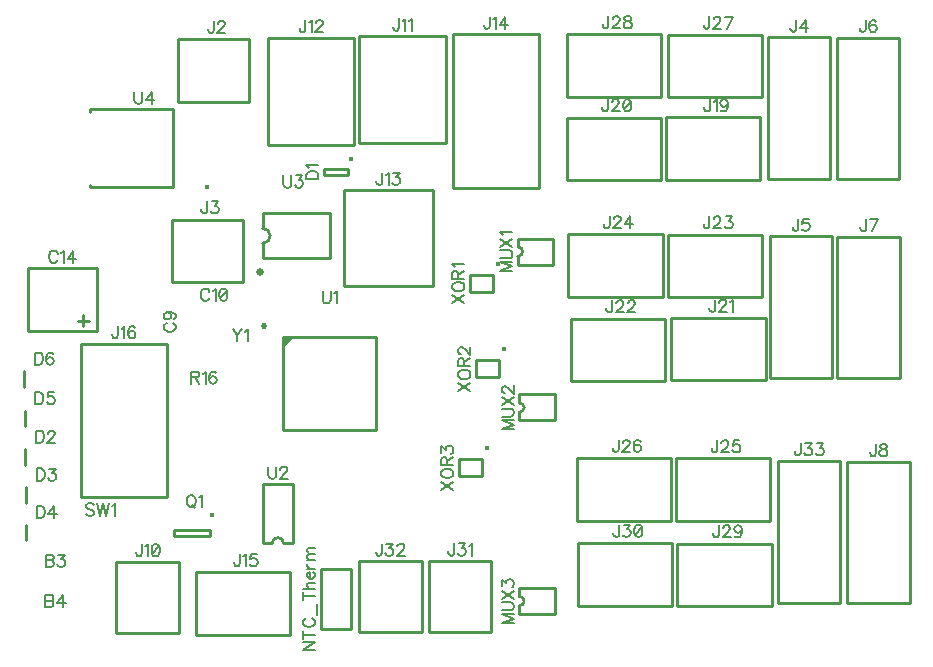
<source format=gbr>
G04 DipTrace 3.2.0.1*
G04 TopSilk.gbr*
%MOIN*%
G04 #@! TF.FileFunction,Legend,Top*
G04 #@! TF.Part,Single*
%ADD10C,0.009843*%
%ADD25C,0.015415*%
%ADD34C,0.015404*%
%ADD37C,0.02075*%
%ADD41C,0.025006*%
%ADD43C,0.015408*%
%ADD46C,0.015722*%
%ADD108C,0.005906*%
%FSLAX26Y26*%
G04*
G70*
G90*
G75*
G01*
G04 TopSilk*
%LPD*%
X745739Y1784390D2*
D10*
X517392D1*
Y1573760D1*
X745739D1*
Y1784390D1*
X718177Y1609188D2*
X682738D1*
X700458Y1628882D2*
Y1591474D1*
D25*
X1594570Y2149266D3*
X1581446Y2114865D2*
D10*
X1502699D1*
Y2095190D1*
X1581446D1*
Y2114865D1*
X506043Y1129555D2*
Y1180697D1*
X508552Y1003348D2*
Y1054490D1*
X510476Y878392D2*
Y929534D1*
X504665Y1257427D2*
Y1308568D1*
X501942Y1389819D2*
Y1440961D1*
X1253831Y2339735D2*
X1017605D1*
Y2548406D1*
X1253831D1*
Y2339735D1*
X1231464Y1737997D2*
X995238D1*
Y1946668D1*
X1231464D1*
Y1737997D1*
X2982358Y2082354D2*
X3191029D1*
Y2554795D1*
X2982358D1*
Y2082354D1*
X2988343Y1418466D2*
X3197014D1*
Y1890907D1*
X2988343D1*
Y1418466D1*
X3211478Y2080879D2*
X3420149D1*
Y2553320D1*
X3211478D1*
Y2080879D1*
X3214425Y1417013D2*
X3423096D1*
Y1889454D1*
X3214425D1*
Y1417013D1*
X3246953Y666961D2*
X3455624D1*
Y1139402D1*
X3246953D1*
Y666961D1*
X810634Y570087D2*
X1019305D1*
Y806314D1*
X810634D1*
Y570087D1*
X1908354Y2558433D2*
X1620953D1*
Y2202134D1*
X1908354D1*
Y2558433D1*
X1604551Y2552895D2*
X1317150D1*
Y2196596D1*
X1604551D1*
Y2552895D1*
X1569428Y1725364D2*
X1864703D1*
Y2044261D1*
X1569428D1*
Y1725364D1*
X2219349Y2563777D2*
X1933916D1*
Y2051966D1*
X2219349D1*
Y2563777D1*
X1390227Y562304D2*
X1075259D1*
Y770976D1*
X1390227D1*
Y562304D1*
X978396Y1532749D2*
X692963D1*
Y1020938D1*
X978396D1*
Y1532749D1*
X2956972Y2078362D2*
X2642004D1*
Y2287033D1*
X2956972D1*
Y2078362D1*
X2626348Y2078112D2*
X2311379D1*
Y2286783D1*
X2626348D1*
Y2078112D1*
X2974881Y1410231D2*
X2659912D1*
Y1618902D1*
X2974881D1*
Y1410231D1*
X2640392Y1407970D2*
X2325424D1*
Y1616641D1*
X2640392D1*
Y1407970D1*
X2964276Y1688142D2*
X2649307D1*
Y1896813D1*
X2964276D1*
Y1688142D1*
X2632238Y1688849D2*
X2317269D1*
Y1897520D1*
X2632238D1*
Y1688849D1*
X2990416Y941675D2*
X2675448D1*
Y1150346D1*
X2990416D1*
Y941675D1*
X2660311Y943034D2*
X2345343D1*
Y1151705D1*
X2660311D1*
Y943034D1*
X2964442Y2354453D2*
X2649474D1*
Y2563124D1*
X2964442D1*
Y2354453D1*
X2627878Y2355412D2*
X2312909D1*
Y2564083D1*
X2627878D1*
Y2355412D1*
X2995495Y658003D2*
X2680526D1*
Y866674D1*
X2995495D1*
Y658003D1*
X2663252Y659967D2*
X2348283D1*
Y868638D1*
X2663252D1*
Y659967D1*
X1852109Y572310D2*
X2060780D1*
Y808537D1*
X1852109D1*
Y572310D1*
X1619262Y572141D2*
X1827934D1*
Y808367D1*
X1619262D1*
Y572141D1*
X3015434Y669764D2*
X3224105D1*
Y1142205D1*
X3015434D1*
Y669764D1*
X2149082Y1796628D2*
X2267199D1*
Y1883262D2*
X2149082D1*
X2267199D2*
Y1796628D1*
X2149082D2*
Y1824189D1*
Y1855701D2*
Y1883262D1*
Y1824189D2*
G03X2149082Y1855701I-11J15756D01*
G01*
X2153972Y1277101D2*
X2272089D1*
Y1363736D2*
X2153972D1*
X2272089D2*
Y1277101D1*
X2153972D2*
Y1304663D1*
Y1336175D2*
Y1363736D1*
Y1304663D2*
G03X2153972Y1336175I-11J15756D01*
G01*
X2154271Y631395D2*
X2272388D1*
Y718030D2*
X2154271D1*
X2272388D2*
Y631395D1*
X2154271D2*
Y658957D1*
Y690469D2*
Y718030D1*
Y658957D2*
G03X2154271Y690469I-11J15756D01*
G01*
X1491301Y581832D2*
X1591301D1*
X1491301Y781832D2*
Y581832D1*
Y781832D2*
X1591301D1*
Y581832D1*
D34*
X1130635Y962520D3*
X1121434Y912378D2*
D10*
X1003329D1*
Y892693D1*
X1121434D1*
Y912378D1*
X1366717Y1555045D2*
X1677717D1*
Y1244045D1*
X1366717D1*
Y1555045D1*
G36*
D2*
Y1518795D1*
X1402967Y1555045D1*
X1366717D1*
G37*
D37*
X1304492Y1591345D3*
X1400407Y866922D2*
D10*
Y1063776D1*
X1298031Y866922D2*
Y1063776D1*
X1400407D2*
X1298031D1*
X1368914Y866922D2*
X1400407D1*
X1329525D2*
X1298031D1*
X1368914D2*
G03X1329525Y866922I-19694J-9D01*
G01*
X1298592Y1967472D2*
X1523598D1*
Y1817471D1*
X1298592D1*
Y1867461D1*
Y1967472D2*
Y1917481D1*
Y1867461D2*
G03X1298592Y1917481I-4J25010D01*
G01*
D41*
X1289735Y1771705D3*
X998431Y2054407D2*
D10*
Y2314249D1*
X722842Y2054407D2*
X998431D1*
X722842D2*
Y2062272D1*
Y2314249D2*
X998431D1*
X722842D2*
Y2306384D1*
D43*
X1113377Y2055340D3*
X2067375Y1760904D2*
D10*
X1988665D1*
Y1705852D1*
X2067375D1*
Y1760904D1*
D46*
X2082235Y1798926D3*
X2087387Y1477064D2*
D10*
X2008677D1*
Y1422012D1*
X2087387D1*
Y1477064D1*
D46*
X2102247Y1515086D3*
X2030323Y1147346D2*
D10*
X1951613D1*
Y1092295D1*
X2030323D1*
Y1147346D1*
D46*
X2045182Y1185368D3*
X575348Y829761D2*
D108*
Y789569D1*
X592592D1*
X598341Y791514D1*
X600242Y793416D1*
X602143Y797218D1*
Y802966D1*
X600242Y806813D1*
X598341Y808714D1*
X592592Y810616D1*
X598341Y812561D1*
X600242Y814462D1*
X602143Y818265D1*
Y822112D1*
X600242Y825914D1*
X598341Y827860D1*
X592592Y829761D1*
X575348D1*
Y810616D2*
X592592D1*
X617801Y829717D2*
X638803D1*
X627351Y814418D1*
X633099D1*
X636902Y812517D1*
X638803Y810616D1*
X640749Y804868D1*
Y801065D1*
X638803Y795317D1*
X635001Y791470D1*
X629253Y789569D1*
X623505D1*
X617801Y791470D1*
X615900Y793416D1*
X613954Y797218D1*
X574434Y695432D2*
Y655240D1*
X591679D1*
X597427Y657185D1*
X599328Y659086D1*
X601229Y662889D1*
Y668637D1*
X599328Y672484D1*
X597427Y674385D1*
X591679Y676286D1*
X597427Y678232D1*
X599328Y680133D1*
X601229Y683935D1*
Y687782D1*
X599328Y691585D1*
X597427Y693530D1*
X591679Y695432D1*
X574434D1*
Y676286D2*
X591679D1*
X632186Y655240D2*
Y695387D1*
X613040Y668637D1*
X641736D1*
X978009Y1601866D2*
X974206Y1599965D1*
X970360Y1596118D1*
X968458Y1592315D1*
Y1584666D1*
X970359Y1580819D1*
X974206Y1577017D1*
X978009Y1575071D1*
X983757Y1573170D1*
X993352D1*
X999055Y1575071D1*
X1002902Y1577017D1*
X1006705Y1580819D1*
X1008650Y1584666D1*
Y1592315D1*
X1006705Y1596118D1*
X1002902Y1599965D1*
X999055Y1601866D1*
X981856Y1638570D2*
X987604Y1636625D1*
X991450Y1632822D1*
X993352Y1627074D1*
Y1625173D1*
X991450Y1619425D1*
X987604Y1615622D1*
X981856Y1613677D1*
X979954D1*
X974206Y1615622D1*
X970404Y1619425D1*
X968502Y1625173D1*
Y1627074D1*
X970404Y1632822D1*
X974206Y1636625D1*
X981856Y1638570D1*
X991450D1*
X1001001Y1636625D1*
X1006749Y1632822D1*
X1008650Y1627074D1*
Y1623272D1*
X1006749Y1617524D1*
X1002902Y1615622D1*
X1120350Y1706552D2*
X1118449Y1710354D1*
X1114602Y1714201D1*
X1110800Y1716102D1*
X1103150D1*
X1099303Y1714201D1*
X1095501Y1710354D1*
X1093555Y1706552D1*
X1091654Y1700804D1*
Y1691209D1*
X1093555Y1685505D1*
X1095501Y1681658D1*
X1099303Y1677856D1*
X1103150Y1675910D1*
X1110800D1*
X1114602Y1677856D1*
X1118449Y1681658D1*
X1120350Y1685505D1*
X1132161Y1708409D2*
X1136008Y1710354D1*
X1141756Y1716058D1*
Y1675910D1*
X1165063Y1716058D2*
X1159315Y1714157D1*
X1155468Y1708409D1*
X1153567Y1698858D1*
Y1693110D1*
X1155468Y1683559D1*
X1159315Y1677811D1*
X1165063Y1675910D1*
X1168866D1*
X1174614Y1677811D1*
X1178416Y1683559D1*
X1180362Y1693110D1*
Y1698858D1*
X1178416Y1708409D1*
X1174614Y1714157D1*
X1168866Y1716058D1*
X1165063D1*
X1178416Y1708409D2*
X1155468Y1683559D1*
X614957Y1833283D2*
X613056Y1837085D1*
X609209Y1840932D1*
X605407Y1842833D1*
X597757D1*
X593911Y1840932D1*
X590108Y1837085D1*
X588163Y1833283D1*
X586261Y1827535D1*
Y1817940D1*
X588163Y1812236D1*
X590108Y1808389D1*
X593911Y1804587D1*
X597757Y1802641D1*
X605407D1*
X609209Y1804587D1*
X613056Y1808389D1*
X614957Y1812236D1*
X626768Y1835140D2*
X630615Y1837085D1*
X636363Y1842789D1*
Y1802641D1*
X667319D2*
Y1842789D1*
X648174Y1816038D1*
X676870D1*
X1444255Y2080927D2*
X1484447D1*
X1484448Y2094325D1*
X1482502Y2100073D1*
X1478699Y2103920D1*
X1474853Y2105821D1*
X1469149Y2107722D1*
X1459554D1*
X1453806Y2105821D1*
X1450004Y2103920D1*
X1446157Y2100073D1*
X1444255Y2094325D1*
Y2080927D1*
X1451949Y2119533D2*
X1450004Y2123380D1*
X1444300Y2129128D1*
X1484447D1*
X542230Y1243097D2*
Y1202905D1*
X555628D1*
X561376Y1204850D1*
X565222Y1208653D1*
X567124Y1212500D1*
X569025Y1218204D1*
Y1227798D1*
X567124Y1233546D1*
X565222Y1237349D1*
X561376Y1241196D1*
X555628Y1243097D1*
X542230D1*
X582781Y1233502D2*
Y1235403D1*
X584683Y1239250D1*
X586584Y1241151D1*
X590431Y1243053D1*
X598080D1*
X601883Y1241151D1*
X603784Y1239250D1*
X605729Y1235403D1*
Y1231601D1*
X603784Y1227754D1*
X599981Y1222050D1*
X580836Y1202905D1*
X607631D1*
X544739Y1116890D2*
Y1076698D1*
X558137D1*
X563885Y1078643D1*
X567732Y1082446D1*
X569633Y1086292D1*
X571534Y1091996D1*
Y1101591D1*
X569633Y1107339D1*
X567732Y1111142D1*
X563885Y1114988D1*
X558137Y1116890D1*
X544739D1*
X587192Y1116845D2*
X608194D1*
X596742Y1101547D1*
X602491D1*
X606293Y1099645D1*
X608194Y1097744D1*
X610140Y1091996D1*
Y1088194D1*
X608194Y1082446D1*
X604392Y1078599D1*
X598644Y1076698D1*
X592896D1*
X587192Y1078599D1*
X585291Y1080544D1*
X583345Y1084347D1*
X545713Y991934D2*
Y951742D1*
X559110D1*
X564858Y953688D1*
X568705Y957490D1*
X570606Y961337D1*
X572507Y967041D1*
Y976636D1*
X570606Y982384D1*
X568705Y986186D1*
X564858Y990033D1*
X559110Y991934D1*
X545713D1*
X603464Y951742D2*
Y991890D1*
X584318Y965140D1*
X613014D1*
X540852Y1370968D2*
Y1330776D1*
X554250D1*
X559998Y1332722D1*
X563844Y1336524D1*
X565746Y1340371D1*
X567647Y1346075D1*
Y1355670D1*
X565746Y1361418D1*
X563844Y1365220D1*
X559998Y1369067D1*
X554250Y1370968D1*
X540852D1*
X602406Y1370924D2*
X583305D1*
X581403Y1353724D1*
X583305Y1355625D1*
X589053Y1357571D1*
X594757D1*
X600505Y1355625D1*
X604351Y1351823D1*
X606253Y1346075D1*
Y1342272D1*
X604351Y1336524D1*
X600505Y1332678D1*
X594757Y1330776D1*
X589053D1*
X583305Y1332678D1*
X581403Y1334623D1*
X579458Y1338426D1*
X539102Y1503361D2*
Y1463169D1*
X552499D1*
X558247Y1465114D1*
X562094Y1468917D1*
X563995Y1472763D1*
X565897Y1478467D1*
Y1488062D1*
X563995Y1493810D1*
X562094Y1497613D1*
X558247Y1501459D1*
X552499Y1503361D1*
X539102D1*
X600656Y1497613D2*
X598754Y1501415D1*
X593006Y1503316D1*
X589204D1*
X583456Y1501415D1*
X579609Y1495667D1*
X577708Y1486117D1*
Y1476566D1*
X579609Y1468917D1*
X583456Y1465070D1*
X589204Y1463169D1*
X591105D1*
X596809Y1465070D1*
X600656Y1468917D1*
X602557Y1474665D1*
Y1476566D1*
X600656Y1482314D1*
X596809Y1486117D1*
X591105Y1488018D1*
X589204D1*
X583456Y1486117D1*
X579609Y1482314D1*
X577708Y1476566D1*
X1135828Y2608808D2*
Y2578211D1*
X1133926Y2572463D1*
X1131981Y2570562D1*
X1128178Y2568616D1*
X1124332D1*
X1120529Y2570562D1*
X1118628Y2572463D1*
X1116682Y2578211D1*
Y2582014D1*
X1149584Y2599213D2*
Y2601115D1*
X1151485Y2604961D1*
X1153387Y2606863D1*
X1157233Y2608764D1*
X1164883D1*
X1168685Y2606863D1*
X1170587Y2604961D1*
X1172532Y2601115D1*
Y2597312D1*
X1170587Y2593465D1*
X1166784Y2587762D1*
X1147639Y2568616D1*
X1174433D1*
X1113460Y2007071D2*
Y1976473D1*
X1111559Y1970725D1*
X1109613Y1968824D1*
X1105811Y1966879D1*
X1101964D1*
X1098162Y1968824D1*
X1096260Y1970725D1*
X1094315Y1976473D1*
Y1980276D1*
X1129118Y2007026D2*
X1150120D1*
X1138668Y1991728D1*
X1144417D1*
X1148219Y1989827D1*
X1150120Y1987925D1*
X1152066Y1982177D1*
Y1978375D1*
X1150120Y1972627D1*
X1146318Y1968780D1*
X1140570Y1966879D1*
X1134822D1*
X1129118Y1968780D1*
X1127217Y1970725D1*
X1125271Y1974528D1*
X3076992Y2613239D2*
Y2582641D1*
X3075091Y2576893D1*
X3073146Y2574992D1*
X3069343Y2573047D1*
X3065496D1*
X3061694Y2574992D1*
X3059793Y2576893D1*
X3057847Y2582641D1*
Y2586444D1*
X3107949Y2573047D2*
Y2613194D1*
X3088803Y2586444D1*
X3117499D1*
X3083927Y1949350D2*
Y1918753D1*
X3082026Y1913005D1*
X3080081Y1911104D1*
X3076278Y1909158D1*
X3072431D1*
X3068629Y1911104D1*
X3066727Y1913005D1*
X3064782Y1918753D1*
Y1922556D1*
X3118686Y1949306D2*
X3099585D1*
X3097684Y1932106D1*
X3099585Y1934007D1*
X3105333Y1935953D1*
X3111037D1*
X3116785Y1934007D1*
X3120632Y1930205D1*
X3122533Y1924457D1*
Y1920654D1*
X3120632Y1914906D1*
X3116785Y1911059D1*
X3111037Y1909158D1*
X3105333D1*
X3099585Y1911059D1*
X3097684Y1913005D1*
X3095738Y1916807D1*
X3308035Y2611764D2*
Y2581166D1*
X3306134Y2575418D1*
X3304188Y2573517D1*
X3300386Y2571572D1*
X3296539D1*
X3292737Y2573517D1*
X3290835Y2575418D1*
X3288890Y2581166D1*
Y2584969D1*
X3342794Y2606016D2*
X3340893Y2609818D1*
X3335145Y2611719D1*
X3331342D1*
X3325594Y2609818D1*
X3321748Y2604070D1*
X3319846Y2594519D1*
Y2584969D1*
X3321748Y2577320D1*
X3325594Y2573473D1*
X3331342Y2571572D1*
X3333244D1*
X3338947Y2573473D1*
X3342794Y2577320D1*
X3344695Y2583068D1*
Y2584969D1*
X3342794Y2590717D1*
X3338947Y2594519D1*
X3333244Y2596421D1*
X3331342D1*
X3325594Y2594519D1*
X3321748Y2590717D1*
X3319846Y2584969D1*
X3310010Y1947897D2*
Y1917300D1*
X3308109Y1911552D1*
X3306163Y1909651D1*
X3302361Y1907705D1*
X3298514D1*
X3294711Y1909651D1*
X3292810Y1911552D1*
X3290865Y1917300D1*
Y1921103D1*
X3329470Y1907705D2*
X3348616Y1947853D1*
X3321821D1*
X3342560Y1197845D2*
Y1167248D1*
X3340658Y1161500D1*
X3338713Y1159598D1*
X3334910Y1157653D1*
X3331064D1*
X3327261Y1159598D1*
X3325360Y1161500D1*
X3323414Y1167248D1*
Y1171050D1*
X3363921Y1197801D2*
X3358217Y1195899D1*
X3356272Y1192097D1*
Y1188250D1*
X3358217Y1184448D1*
X3362020Y1182502D1*
X3369669Y1180601D1*
X3375417Y1178700D1*
X3379220Y1174853D1*
X3381121Y1171050D1*
Y1165302D1*
X3379220Y1161500D1*
X3377319Y1159554D1*
X3371571Y1157653D1*
X3363921D1*
X3358217Y1159554D1*
X3356272Y1161500D1*
X3354371Y1165302D1*
Y1171050D1*
X3356272Y1174853D1*
X3360119Y1178700D1*
X3365823Y1180601D1*
X3373472Y1182502D1*
X3377319Y1184448D1*
X3379220Y1188250D1*
Y1192097D1*
X3377319Y1195899D1*
X3371571Y1197801D1*
X3363921D1*
X895516Y864757D2*
Y834160D1*
X893614Y828412D1*
X891669Y826510D1*
X887866Y824565D1*
X884020D1*
X880217Y826510D1*
X878316Y828412D1*
X876370Y834160D1*
Y837962D1*
X907327Y857063D2*
X911174Y859009D1*
X916922Y864713D1*
Y824565D1*
X940229Y864713D2*
X934481Y862812D1*
X930634Y857063D1*
X928733Y847513D1*
Y841765D1*
X930634Y832214D1*
X934481Y826466D1*
X940229Y824565D1*
X944031D1*
X949779Y826466D1*
X953582Y832214D1*
X955527Y841765D1*
Y847513D1*
X953582Y857063D1*
X949779Y862812D1*
X944031Y864713D1*
X940229D1*
X953582Y857063D2*
X930634Y832214D1*
X1752820Y2616876D2*
Y2586279D1*
X1750919Y2580531D1*
X1748974Y2578630D1*
X1745171Y2576684D1*
X1741324D1*
X1737522Y2578630D1*
X1735621Y2580531D1*
X1733675Y2586279D1*
Y2590082D1*
X1764631Y2609183D2*
X1768478Y2611128D1*
X1774226Y2616832D1*
Y2576684D1*
X1786037Y2609183D2*
X1789884Y2611128D1*
X1795632Y2616832D1*
Y2576684D1*
X1440417Y2611338D2*
Y2580741D1*
X1438516Y2574993D1*
X1436571Y2573092D1*
X1432768Y2571146D1*
X1428921D1*
X1425119Y2573092D1*
X1423217Y2574993D1*
X1421272Y2580741D1*
Y2584544D1*
X1452228Y2603645D2*
X1456075Y2605590D1*
X1461823Y2611294D1*
Y2571146D1*
X1475580Y2601744D2*
Y2603645D1*
X1477481Y2607492D1*
X1479382Y2609393D1*
X1483229Y2611294D1*
X1490878D1*
X1494681Y2609393D1*
X1496582Y2607492D1*
X1498528Y2603645D1*
Y2599842D1*
X1496582Y2595996D1*
X1492780Y2590292D1*
X1473634Y2571146D1*
X1500429D1*
X1696633Y2102705D2*
Y2072107D1*
X1694731Y2066359D1*
X1692786Y2064458D1*
X1688983Y2062513D1*
X1685136D1*
X1681334Y2064458D1*
X1679433Y2066359D1*
X1677487Y2072107D1*
Y2075910D1*
X1708444Y2095011D2*
X1712290Y2096956D1*
X1718038Y2102660D1*
Y2062513D1*
X1733696Y2102660D2*
X1754699D1*
X1743247Y2087362D1*
X1748995D1*
X1752797Y2085460D1*
X1754699Y2083559D1*
X1756644Y2077811D1*
Y2074009D1*
X1754699Y2068261D1*
X1750896Y2064414D1*
X1745148Y2062513D1*
X1739400D1*
X1733696Y2064414D1*
X1731795Y2066359D1*
X1729849Y2070162D1*
X2055249Y2622220D2*
Y2591623D1*
X2053348Y2585875D1*
X2051402Y2583974D1*
X2047600Y2582028D1*
X2043753D1*
X2039950Y2583974D1*
X2038049Y2585875D1*
X2036103Y2591623D1*
Y2595426D1*
X2067060Y2614527D2*
X2070907Y2616472D1*
X2076655Y2622176D1*
Y2582028D1*
X2107611D2*
Y2622176D1*
X2088466Y2595426D1*
X2117162D1*
X1222148Y831378D2*
Y800781D1*
X1220247Y795033D1*
X1218302Y793131D1*
X1214499Y791186D1*
X1210652D1*
X1206850Y793131D1*
X1204948Y795033D1*
X1203003Y800781D1*
Y804583D1*
X1233959Y823684D2*
X1237806Y825630D1*
X1243554Y831334D1*
Y791186D1*
X1278313Y831334D2*
X1259212D1*
X1257311Y814134D1*
X1259212Y816035D1*
X1264960Y817980D1*
X1270664D1*
X1276412Y816035D1*
X1280259Y812232D1*
X1282160Y806484D1*
Y802682D1*
X1280259Y796934D1*
X1276412Y793087D1*
X1270664Y791186D1*
X1264960D1*
X1259212Y793087D1*
X1257311Y795033D1*
X1255365Y798835D1*
X816219Y1591193D2*
Y1560595D1*
X814318Y1554847D1*
X812373Y1552946D1*
X808570Y1551001D1*
X804723D1*
X800921Y1552946D1*
X799020Y1554847D1*
X797074Y1560595D1*
Y1564398D1*
X828030Y1583499D2*
X831877Y1585445D1*
X837625Y1591148D1*
Y1551001D1*
X872384Y1585445D2*
X870483Y1589247D1*
X864735Y1591148D1*
X860932D1*
X855184Y1589247D1*
X851338Y1583499D1*
X849436Y1573949D1*
Y1564398D1*
X851338Y1556749D1*
X855184Y1552902D1*
X860932Y1551001D1*
X862834D1*
X868537Y1552902D1*
X872384Y1556749D1*
X874285Y1562497D1*
Y1564398D1*
X872384Y1570146D1*
X868537Y1573949D1*
X862834Y1575850D1*
X860932D1*
X855184Y1573949D1*
X851338Y1570146D1*
X849436Y1564398D1*
X2789844Y2347435D2*
Y2316838D1*
X2787943Y2311090D1*
X2785998Y2309189D1*
X2782195Y2307243D1*
X2778348D1*
X2774546Y2309189D1*
X2772644Y2311090D1*
X2770699Y2316838D1*
Y2320641D1*
X2801655Y2339742D2*
X2805502Y2341687D1*
X2811250Y2347391D1*
Y2307243D1*
X2847955Y2334038D2*
X2846009Y2328290D1*
X2842207Y2324443D1*
X2836459Y2322542D1*
X2834557D1*
X2828809Y2324443D1*
X2825007Y2328290D1*
X2823061Y2334038D1*
Y2335939D1*
X2825007Y2341687D1*
X2828809Y2345490D1*
X2834557Y2347391D1*
X2836459D1*
X2842207Y2345490D1*
X2846009Y2341687D1*
X2847955Y2334038D1*
Y2324443D1*
X2846009Y2314893D1*
X2842207Y2309145D1*
X2836459Y2307243D1*
X2832656D1*
X2826908Y2309145D1*
X2825007Y2312992D1*
X2449669Y2347185D2*
Y2316588D1*
X2447768Y2310840D1*
X2445822Y2308938D1*
X2442020Y2306993D1*
X2438173D1*
X2434370Y2308938D1*
X2432469Y2310840D1*
X2430524Y2316588D1*
Y2320390D1*
X2463426Y2337590D2*
Y2339491D1*
X2465327Y2343338D1*
X2467228Y2345239D1*
X2471075Y2347141D1*
X2478724D1*
X2482527Y2345239D1*
X2484428Y2343338D1*
X2486374Y2339491D1*
Y2335689D1*
X2484428Y2331842D1*
X2480625Y2326138D1*
X2461480Y2306993D1*
X2488275D1*
X2511582Y2347141D2*
X2505834Y2345239D1*
X2501987Y2339491D1*
X2500086Y2329941D1*
Y2324193D1*
X2501987Y2314642D1*
X2505834Y2308894D1*
X2511582Y2306993D1*
X2515384D1*
X2521132Y2308894D1*
X2524935Y2314642D1*
X2526880Y2324193D1*
Y2329941D1*
X2524935Y2339491D1*
X2521132Y2345239D1*
X2515384Y2347141D1*
X2511582D1*
X2524935Y2339491D2*
X2501987Y2314642D1*
X2806802Y1679304D2*
Y1648707D1*
X2804901Y1642959D1*
X2802955Y1641058D1*
X2799153Y1639112D1*
X2795306D1*
X2791503Y1641058D1*
X2789602Y1642959D1*
X2787656Y1648707D1*
Y1652510D1*
X2820558Y1669709D2*
Y1671611D1*
X2822460Y1675458D1*
X2824361Y1677359D1*
X2828208Y1679260D1*
X2835857D1*
X2839659Y1677359D1*
X2841561Y1675458D1*
X2843506Y1671611D1*
Y1667808D1*
X2841561Y1663961D1*
X2837758Y1658258D1*
X2818613Y1639112D1*
X2845408D1*
X2857219Y1671611D2*
X2861065Y1673556D1*
X2866813Y1679260D1*
Y1639112D1*
X2463714Y1677043D2*
Y1646446D1*
X2461812Y1640698D1*
X2459867Y1638797D1*
X2456064Y1636851D1*
X2452218D1*
X2448415Y1638797D1*
X2446514Y1640698D1*
X2444568Y1646446D1*
Y1650248D1*
X2477470Y1667448D2*
Y1669350D1*
X2479371Y1673196D1*
X2481273Y1675098D1*
X2485120Y1676999D1*
X2492769D1*
X2496571Y1675098D1*
X2498473Y1673196D1*
X2500418Y1669350D1*
Y1665547D1*
X2498473Y1661700D1*
X2494670Y1655996D1*
X2475525Y1636851D1*
X2502319D1*
X2516076Y1667448D2*
Y1669350D1*
X2517977Y1673196D1*
X2519878Y1675098D1*
X2523725Y1676999D1*
X2531375D1*
X2535177Y1675098D1*
X2537078Y1673196D1*
X2539024Y1669350D1*
Y1665547D1*
X2537078Y1661700D1*
X2533276Y1655996D1*
X2514130Y1636851D1*
X2540925D1*
X2787597Y1957215D2*
Y1926618D1*
X2785696Y1920870D1*
X2783750Y1918969D1*
X2779948Y1917023D1*
X2776101D1*
X2772298Y1918969D1*
X2770397Y1920870D1*
X2768452Y1926618D1*
Y1930420D1*
X2801353Y1947620D2*
Y1949522D1*
X2803255Y1953368D1*
X2805156Y1955270D1*
X2809003Y1957171D1*
X2816652D1*
X2820455Y1955270D1*
X2822356Y1953368D1*
X2824301Y1949522D1*
Y1945719D1*
X2822356Y1941872D1*
X2818553Y1936168D1*
X2799408Y1917023D1*
X2826203D1*
X2841860Y1957171D2*
X2862863D1*
X2851411Y1941872D1*
X2857159D1*
X2860962Y1939971D1*
X2862863Y1938070D1*
X2864808Y1932322D1*
Y1928519D1*
X2862863Y1922771D1*
X2859060Y1918924D1*
X2853312Y1917023D1*
X2847564D1*
X2841860Y1918924D1*
X2839959Y1920870D1*
X2838014Y1924672D1*
X2454608Y1957922D2*
Y1927325D1*
X2452707Y1921577D1*
X2450761Y1919676D1*
X2446959Y1917730D1*
X2443112D1*
X2439310Y1919676D1*
X2437408Y1921577D1*
X2435463Y1927325D1*
Y1931128D1*
X2468365Y1948328D2*
Y1950229D1*
X2470266Y1954076D1*
X2472167Y1955977D1*
X2476014Y1957878D1*
X2483663D1*
X2487466Y1955977D1*
X2489367Y1954076D1*
X2491313Y1950229D1*
Y1946426D1*
X2489367Y1942580D1*
X2485565Y1936876D1*
X2466419Y1917730D1*
X2493214D1*
X2524170D2*
Y1957878D1*
X2505025Y1931128D1*
X2533721D1*
X2813737Y1210748D2*
Y1180151D1*
X2811836Y1174403D1*
X2809891Y1172501D1*
X2806088Y1170556D1*
X2802241D1*
X2798439Y1172501D1*
X2796537Y1174403D1*
X2794592Y1180151D1*
Y1183953D1*
X2827494Y1201153D2*
Y1203054D1*
X2829395Y1206901D1*
X2831296Y1208802D1*
X2835143Y1210704D1*
X2842792D1*
X2846595Y1208802D1*
X2848496Y1206901D1*
X2850442Y1203054D1*
Y1199252D1*
X2848496Y1195405D1*
X2844694Y1189701D1*
X2825548Y1170556D1*
X2852343D1*
X2887102Y1210704D2*
X2868001D1*
X2866100Y1193504D1*
X2868001Y1195405D1*
X2873749Y1197350D1*
X2879453D1*
X2885201Y1195405D1*
X2889047Y1191602D1*
X2890949Y1185854D1*
Y1182052D1*
X2889047Y1176304D1*
X2885201Y1172457D1*
X2879453Y1170556D1*
X2873749D1*
X2868001Y1172457D1*
X2866100Y1174403D1*
X2864154Y1178205D1*
X2484605Y1212107D2*
Y1181510D1*
X2482704Y1175762D1*
X2480758Y1173861D1*
X2476956Y1171915D1*
X2473109D1*
X2469306Y1173861D1*
X2467405Y1175762D1*
X2465460Y1181510D1*
Y1185313D1*
X2498362Y1202513D2*
Y1204414D1*
X2500263Y1208261D1*
X2502164Y1210162D1*
X2506011Y1212063D1*
X2513660D1*
X2517463Y1210162D1*
X2519364Y1208261D1*
X2521310Y1204414D1*
Y1200611D1*
X2519364Y1196765D1*
X2515561Y1191061D1*
X2496416Y1171915D1*
X2523211D1*
X2557970Y1206359D2*
X2556068Y1210162D1*
X2550320Y1212063D1*
X2546518D1*
X2540770Y1210162D1*
X2536923Y1204414D1*
X2535022Y1194863D1*
Y1185313D1*
X2536923Y1177663D1*
X2540770Y1173817D1*
X2546518Y1171915D1*
X2548419D1*
X2554123Y1173817D1*
X2557970Y1177663D1*
X2559871Y1183411D1*
Y1185313D1*
X2557970Y1191061D1*
X2554123Y1194863D1*
X2548419Y1196765D1*
X2546518D1*
X2540770Y1194863D1*
X2536923Y1191061D1*
X2535022Y1185313D1*
X2787764Y2623526D2*
Y2592929D1*
X2785862Y2587181D1*
X2783917Y2585280D1*
X2780114Y2583334D1*
X2776268D1*
X2772465Y2585280D1*
X2770564Y2587181D1*
X2768618Y2592929D1*
Y2596731D1*
X2801520Y2613931D2*
Y2615833D1*
X2803421Y2619679D1*
X2805323Y2621581D1*
X2809169Y2623482D1*
X2816819D1*
X2820621Y2621581D1*
X2822523Y2619679D1*
X2824468Y2615833D1*
Y2612030D1*
X2822523Y2608183D1*
X2818720Y2602479D1*
X2799575Y2583334D1*
X2826369D1*
X2845830D2*
X2864975Y2623482D1*
X2838180D1*
X2451221Y2624485D2*
Y2593888D1*
X2449320Y2588140D1*
X2447375Y2586239D1*
X2443572Y2584293D1*
X2439725D1*
X2435923Y2586239D1*
X2434022Y2588140D1*
X2432076Y2593888D1*
Y2597691D1*
X2464978Y2614891D2*
Y2616792D1*
X2466879Y2620639D1*
X2468780Y2622540D1*
X2472627Y2624441D1*
X2480276D1*
X2484079Y2622540D1*
X2485980Y2620639D1*
X2487926Y2616792D1*
Y2612989D1*
X2485980Y2609143D1*
X2482178Y2603439D1*
X2463032Y2584293D1*
X2489827D1*
X2511189Y2624441D2*
X2505485Y2622540D1*
X2503539Y2618737D1*
Y2614891D1*
X2505485Y2611088D1*
X2509287Y2609143D1*
X2516937Y2607241D1*
X2522685Y2605340D1*
X2526487Y2601493D1*
X2528389Y2597691D1*
Y2591943D1*
X2526487Y2588140D1*
X2524586Y2586195D1*
X2518838Y2584293D1*
X2511189D1*
X2505485Y2586195D1*
X2503539Y2588140D1*
X2501638Y2591943D1*
Y2597691D1*
X2503539Y2601493D1*
X2507386Y2605340D1*
X2513090Y2607241D1*
X2520739Y2609143D1*
X2524586Y2611088D1*
X2526487Y2614891D1*
Y2618737D1*
X2524586Y2622540D1*
X2518838Y2624441D1*
X2511189D1*
X2819767Y927076D2*
Y896479D1*
X2817865Y890731D1*
X2815920Y888829D1*
X2812117Y886884D1*
X2808271D1*
X2804468Y888829D1*
X2802567Y890731D1*
X2800621Y896479D1*
Y900281D1*
X2833523Y917481D2*
Y919382D1*
X2835424Y923229D1*
X2837326Y925130D1*
X2841173Y927032D1*
X2848822D1*
X2852624Y925130D1*
X2854526Y923229D1*
X2856471Y919382D1*
Y915580D1*
X2854526Y911733D1*
X2850723Y906029D1*
X2831578Y886884D1*
X2858372D1*
X2895077Y913679D2*
X2893131Y907931D1*
X2889329Y904084D1*
X2883581Y902183D1*
X2881679D1*
X2875931Y904084D1*
X2872129Y907931D1*
X2870183Y913679D1*
Y915580D1*
X2872129Y921328D1*
X2875931Y925130D1*
X2881679Y927032D1*
X2883581D1*
X2889329Y925130D1*
X2893131Y921328D1*
X2895077Y913679D1*
Y904084D1*
X2893131Y894533D1*
X2889329Y888785D1*
X2883581Y886884D1*
X2879778D1*
X2874030Y888785D1*
X2872129Y892632D1*
X2486573Y929040D2*
Y898443D1*
X2484672Y892695D1*
X2482727Y890794D1*
X2478924Y888848D1*
X2475077D1*
X2471275Y890794D1*
X2469373Y892695D1*
X2467428Y898443D1*
Y902246D1*
X2502231Y928996D2*
X2523233D1*
X2511782Y913698D1*
X2517530D1*
X2521332Y911796D1*
X2523233Y909895D1*
X2525179Y904147D1*
Y900345D1*
X2523233Y894597D1*
X2519431Y890750D1*
X2513683Y888848D1*
X2507935D1*
X2502231Y890750D1*
X2500330Y892695D1*
X2498384Y896498D1*
X2548486Y928996D2*
X2542738Y927095D1*
X2538891Y921347D1*
X2536990Y911796D1*
Y906048D1*
X2538891Y896498D1*
X2542738Y890750D1*
X2548486Y888848D1*
X2552289D1*
X2558037Y890750D1*
X2561839Y896498D1*
X2563785Y906048D1*
Y911796D1*
X2561839Y921347D1*
X2558037Y927095D1*
X2552289Y928996D1*
X2548486D1*
X2561839Y921347D2*
X2538891Y896498D1*
X1936991Y866980D2*
Y836383D1*
X1935090Y830635D1*
X1933144Y828734D1*
X1929342Y826788D1*
X1925495D1*
X1921692Y828734D1*
X1919791Y830635D1*
X1917845Y836383D1*
Y840185D1*
X1952649Y866936D2*
X1973651D1*
X1962199Y851637D1*
X1967947D1*
X1971750Y849736D1*
X1973651Y847835D1*
X1975597Y842087D1*
Y838284D1*
X1973651Y832536D1*
X1969848Y828689D1*
X1964100Y826788D1*
X1958352D1*
X1952649Y828689D1*
X1950747Y830635D1*
X1948802Y834437D1*
X1987408Y859287D2*
X1991254Y861232D1*
X1997002Y866936D1*
Y826788D1*
X1695544Y866811D2*
Y836214D1*
X1693643Y830466D1*
X1691698Y828564D1*
X1687895Y826619D1*
X1684048D1*
X1680246Y828564D1*
X1678345Y830466D1*
X1676399Y836214D1*
Y840016D1*
X1711202Y866767D2*
X1732205D1*
X1720753Y851468D1*
X1726501D1*
X1730303Y849567D1*
X1732205Y847665D1*
X1734150Y841917D1*
Y838115D1*
X1732205Y832367D1*
X1728402Y828520D1*
X1722654Y826619D1*
X1716906D1*
X1711202Y828520D1*
X1709301Y830466D1*
X1707355Y834268D1*
X1747907Y857216D2*
Y859117D1*
X1749808Y862964D1*
X1751709Y864865D1*
X1755556Y866767D1*
X1763205D1*
X1767008Y864865D1*
X1768909Y862964D1*
X1770855Y859117D1*
Y855315D1*
X1768909Y851468D1*
X1765107Y845764D1*
X1745961Y826619D1*
X1772756D1*
X3091716Y1200648D2*
Y1170051D1*
X3089815Y1164303D1*
X3087870Y1162402D1*
X3084067Y1160456D1*
X3080220D1*
X3076418Y1162402D1*
X3074516Y1164303D1*
X3072571Y1170051D1*
Y1173853D1*
X3107374Y1200604D2*
X3128377D1*
X3116925Y1185305D1*
X3122673D1*
X3126475Y1183404D1*
X3128377Y1181503D1*
X3130322Y1175755D1*
Y1171952D1*
X3128377Y1166204D1*
X3124574Y1162357D1*
X3118826Y1160456D1*
X3113078D1*
X3107374Y1162357D1*
X3105473Y1164303D1*
X3103527Y1168105D1*
X3145980Y1200604D2*
X3166982D1*
X3155530Y1185305D1*
X3161278D1*
X3165081Y1183404D1*
X3166982Y1181503D1*
X3168928Y1175755D1*
Y1171952D1*
X3166982Y1166204D1*
X3163180Y1162357D1*
X3157432Y1160456D1*
X3151684D1*
X3145980Y1162357D1*
X3144079Y1164303D1*
X3142133Y1168105D1*
X2130831Y1805935D2*
X2090639D1*
X2130831Y1790636D1*
X2090639Y1775338D1*
X2130831D1*
X2090639Y1817746D2*
X2119335D1*
X2125083Y1819647D1*
X2128885Y1823494D1*
X2130831Y1829242D1*
Y1833045D1*
X2128885Y1838793D1*
X2125083Y1842639D1*
X2119335Y1844541D1*
X2090639D1*
Y1856352D2*
X2130831Y1883146D1*
X2090639D2*
X2130831Y1856352D1*
X2098332Y1894957D2*
X2096387Y1898804D1*
X2090683Y1904552D1*
X2130831D1*
X2135720Y1277809D2*
X2095528D1*
X2135720Y1262510D1*
X2095528Y1247212D1*
X2135720D1*
X2095528Y1289620D2*
X2124224D1*
X2129972Y1291521D1*
X2133775Y1295368D1*
X2135720Y1301116D1*
Y1304918D1*
X2133775Y1310666D1*
X2129972Y1314513D1*
X2124224Y1316414D1*
X2095528D1*
Y1328225D2*
X2135720Y1355020D1*
X2095528D2*
X2135720Y1328225D1*
X2105123Y1368777D2*
X2103222D1*
X2099375Y1370678D1*
X2097474Y1372579D1*
X2095573Y1376426D1*
Y1384075D1*
X2097474Y1387878D1*
X2099375Y1389779D1*
X2103222Y1391725D1*
X2107025D1*
X2110871Y1389779D1*
X2116575Y1385976D1*
X2135720Y1366831D1*
Y1393626D1*
X2136020Y632103D2*
X2095828D1*
X2136020Y616804D1*
X2095828Y601506D1*
X2136020D1*
X2095828Y643914D2*
X2124524D1*
X2130272Y645815D1*
X2134074Y649662D1*
X2136020Y655410D1*
Y659212D1*
X2134074Y664960D1*
X2130272Y668807D1*
X2124524Y670708D1*
X2095828D1*
Y682519D2*
X2136020Y709314D1*
X2095828D2*
X2136020Y682519D1*
X2095872Y724972D2*
Y745974D1*
X2111170Y734522D1*
Y740270D1*
X2113072Y744073D1*
X2114973Y745974D1*
X2120721Y747920D1*
X2124524D1*
X2130272Y745974D1*
X2134118Y742172D1*
X2136020Y736424D1*
Y730676D1*
X2134118Y724972D1*
X2132173Y723071D1*
X2128370Y721125D1*
X1432857Y537933D2*
X1473049D1*
X1432857Y511138D1*
X1473049D1*
X1432857Y563141D2*
X1473049D1*
X1432857Y549744D2*
Y576538D1*
X1442408Y617045D2*
X1438605Y615144D1*
X1434758Y611297D1*
X1432857Y607495D1*
Y599845D1*
X1434758Y595999D1*
X1438605Y592196D1*
X1442408Y590251D1*
X1448156Y588349D1*
X1457751D1*
X1463454Y590251D1*
X1467301Y592196D1*
X1471104Y595999D1*
X1473049Y599845D1*
Y607495D1*
X1471104Y611297D1*
X1467301Y615144D1*
X1463454Y617045D1*
X1479682Y628856D2*
Y665201D1*
X1432857Y690410D2*
X1473049D1*
X1432857Y677013D2*
Y703807D1*
Y715618D2*
X1473049D1*
X1453904D2*
X1448156Y721366D1*
X1446255Y725213D1*
Y730961D1*
X1448156Y734764D1*
X1453904Y736665D1*
X1473049D1*
X1457751Y748476D2*
Y771424D1*
X1453904D1*
X1450057Y769523D1*
X1448156Y767621D1*
X1446255Y763774D1*
Y758026D1*
X1448156Y754224D1*
X1452003Y750377D1*
X1457751Y748476D1*
X1461553D1*
X1467301Y750377D1*
X1471104Y754224D1*
X1473049Y758026D1*
Y763774D1*
X1471104Y767621D1*
X1467301Y771424D1*
X1446255Y783235D2*
X1473049D1*
X1457751D2*
X1452003Y785180D1*
X1448156Y788983D1*
X1446255Y792830D1*
Y798578D1*
Y810389D2*
X1473049D1*
X1453904D2*
X1448156Y816137D1*
X1446255Y819983D1*
Y825687D1*
X1448156Y829534D1*
X1453904Y831435D1*
X1473049D1*
X1453904D2*
X1448156Y837183D1*
X1446255Y841030D1*
Y846734D1*
X1448156Y850581D1*
X1453904Y852526D1*
X1473049D1*
X1056306Y1028674D2*
X1052503Y1026817D1*
X1048656Y1022971D1*
X1046755Y1019124D1*
X1044810Y1013376D1*
Y1003825D1*
X1046755Y998077D1*
X1048656Y994275D1*
X1052503Y990428D1*
X1056306Y988527D1*
X1063955D1*
X1067802Y990428D1*
X1071604Y994275D1*
X1073506Y998077D1*
X1075451Y1003825D1*
Y1013376D1*
X1073506Y1019124D1*
X1071604Y1022971D1*
X1067802Y1026817D1*
X1063955Y1028674D1*
X1056306D1*
X1062054Y996176D2*
X1073506Y984680D1*
X1087262Y1020981D2*
X1091109Y1022926D1*
X1096857Y1028630D1*
Y988482D1*
X1060091Y1420457D2*
X1077291D1*
X1083039Y1422402D1*
X1084984Y1424304D1*
X1086885Y1428106D1*
Y1431953D1*
X1084984Y1435755D1*
X1083039Y1437701D1*
X1077291Y1439602D1*
X1060091D1*
Y1399410D1*
X1073488Y1420457D2*
X1086885Y1399410D1*
X1098696Y1431909D2*
X1102543Y1433854D1*
X1108291Y1439558D1*
Y1399410D1*
X1143050Y1433854D2*
X1141149Y1437657D1*
X1135401Y1439558D1*
X1131598D1*
X1125850Y1437657D1*
X1122003Y1431909D1*
X1120102Y1422358D1*
Y1412807D1*
X1122003Y1405158D1*
X1125850Y1401311D1*
X1131598Y1399410D1*
X1133499D1*
X1139203Y1401311D1*
X1143050Y1405158D1*
X1144951Y1410906D1*
Y1412807D1*
X1143050Y1418556D1*
X1139203Y1422358D1*
X1133499Y1424259D1*
X1131598D1*
X1125850Y1422358D1*
X1122003Y1418556D1*
X1120102Y1412807D1*
X735990Y994590D2*
X732187Y998437D1*
X726439Y1000338D1*
X718790D1*
X713042Y998437D1*
X709195Y994590D1*
Y990788D1*
X711141Y986941D1*
X713042Y985040D1*
X716845Y983139D1*
X728341Y979292D1*
X732187Y977390D1*
X734089Y975445D1*
X735990Y971642D1*
Y965894D1*
X732187Y962092D1*
X726439Y960146D1*
X718790D1*
X713042Y962092D1*
X709195Y965894D1*
X747801Y1000338D2*
X757396Y960146D1*
X766946Y1000338D1*
X776497Y960146D1*
X786092Y1000338D1*
X797903Y992645D2*
X801750Y994590D1*
X807498Y1000294D1*
Y960146D1*
X1498116Y1707988D2*
Y1679292D1*
X1500018Y1673544D1*
X1503864Y1669741D1*
X1509612Y1667796D1*
X1513415D1*
X1519163Y1669741D1*
X1523010Y1673544D1*
X1524911Y1679292D1*
Y1707988D1*
X1536722Y1700294D2*
X1540569Y1702240D1*
X1546317Y1707944D1*
Y1667796D1*
X1316519Y1122220D2*
Y1093524D1*
X1318420Y1087776D1*
X1322267Y1083973D1*
X1328015Y1082028D1*
X1331818D1*
X1337566Y1083973D1*
X1341412Y1087776D1*
X1343314Y1093524D1*
Y1122220D1*
X1357070Y1112625D2*
Y1114526D1*
X1358971Y1118373D1*
X1360873Y1120274D1*
X1364719Y1122175D1*
X1372369D1*
X1376171Y1120274D1*
X1378073Y1118373D1*
X1380018Y1114526D1*
Y1110724D1*
X1378073Y1106877D1*
X1374270Y1101173D1*
X1355125Y1082028D1*
X1381919D1*
X1367715Y2093664D2*
Y2064968D1*
X1369616Y2059220D1*
X1373463Y2055417D1*
X1379211Y2053472D1*
X1383013D1*
X1388761Y2055417D1*
X1392608Y2059220D1*
X1394509Y2064968D1*
Y2093664D1*
X1410167Y2093620D2*
X1431169D1*
X1419718Y2078321D1*
X1425466D1*
X1429268Y2076420D1*
X1431169Y2074518D1*
X1433115Y2068770D1*
Y2064968D1*
X1431169Y2059220D1*
X1427367Y2055373D1*
X1421619Y2053472D1*
X1415871D1*
X1410167Y2055373D1*
X1408266Y2057319D1*
X1406320Y2061121D1*
X870312Y2372693D2*
Y2343997D1*
X872214Y2338249D1*
X876060Y2334446D1*
X881808Y2332501D1*
X885611D1*
X891359Y2334446D1*
X895206Y2338249D1*
X897107Y2343997D1*
Y2372693D1*
X928063Y2332501D2*
Y2372648D1*
X908918Y2345898D1*
X937614D1*
X1930222Y1668771D2*
X1970414Y1695565D1*
X1930222Y1695566D2*
X1970414Y1668771D1*
X1930222Y1718873D2*
X1932123Y1715026D1*
X1935970Y1711223D1*
X1939773Y1709278D1*
X1945521Y1707377D1*
X1955115Y1707376D1*
X1960819Y1709278D1*
X1964666Y1711223D1*
X1968469Y1715026D1*
X1970414Y1718873D1*
Y1726522D1*
X1968469Y1730324D1*
X1964666Y1734171D1*
X1960819Y1736072D1*
X1955115Y1737974D1*
X1945521D1*
X1939773Y1736072D1*
X1935970Y1734171D1*
X1932123Y1730324D1*
X1930222Y1726522D1*
Y1718873D1*
X1949367Y1749785D2*
Y1766985D1*
X1947422Y1772733D1*
X1945521Y1774678D1*
X1941718Y1776579D1*
X1937871D1*
X1934069Y1774678D1*
X1932123Y1772733D1*
X1930222Y1766985D1*
Y1749785D1*
X1970414D1*
X1949367Y1763182D2*
X1970414Y1776579D1*
X1937916Y1788390D2*
X1935970Y1792237D1*
X1930266Y1797985D1*
X1970414D1*
X1950234Y1376331D2*
X1990426Y1403126D1*
X1950234D2*
X1990426Y1376331D1*
X1950234Y1426433D2*
X1952135Y1422586D1*
X1955982Y1418783D1*
X1959784Y1416838D1*
X1965532Y1414937D1*
X1975127D1*
X1980831Y1416838D1*
X1984678Y1418783D1*
X1988480Y1422586D1*
X1990426Y1426433D1*
Y1434082D1*
X1988480Y1437885D1*
X1984678Y1441731D1*
X1980831Y1443633D1*
X1975127Y1445534D1*
X1965532D1*
X1959784Y1443633D1*
X1955982Y1441731D1*
X1952135Y1437885D1*
X1950234Y1434082D1*
Y1426433D1*
X1969379Y1457345D2*
Y1474545D1*
X1967434Y1480293D1*
X1965532Y1482238D1*
X1961730Y1484140D1*
X1957883D1*
X1954081Y1482238D1*
X1952135Y1480293D1*
X1950234Y1474545D1*
Y1457345D1*
X1990426D1*
X1969379Y1470742D2*
X1990426Y1484140D1*
X1959829Y1497896D2*
X1957927D1*
X1954081Y1499797D1*
X1952179Y1501699D1*
X1950278Y1505545D1*
Y1513195D1*
X1952179Y1516997D1*
X1954081Y1518898D1*
X1957927Y1520844D1*
X1961730D1*
X1965577Y1518898D1*
X1971280Y1515096D1*
X1990426Y1495951D1*
Y1522745D1*
X1893169Y1046613D2*
X1933362Y1073408D1*
X1893170D2*
X1933361Y1046613D1*
X1893170Y1096715D2*
X1895071Y1092868D1*
X1898918Y1089066D1*
X1902720Y1087120D1*
X1908468Y1085219D1*
X1918063D1*
X1923767Y1087120D1*
X1927614Y1089066D1*
X1931416Y1092868D1*
X1933362Y1096715D1*
Y1104364D1*
X1931416Y1108167D1*
X1927614Y1112013D1*
X1923767Y1113915D1*
X1918063Y1115816D1*
X1908468D1*
X1902720Y1113915D1*
X1898918Y1112013D1*
X1895071Y1108167D1*
X1893170Y1104364D1*
Y1096715D1*
X1912315Y1127627D2*
Y1144827D1*
X1910369Y1150575D1*
X1908468Y1152520D1*
X1904666Y1154422D1*
X1900819D1*
X1897016Y1152520D1*
X1895071Y1150575D1*
X1893170Y1144827D1*
Y1127627D1*
X1933362D1*
X1912315Y1141024D2*
X1933362Y1154422D1*
X1893214Y1170079D2*
Y1191082D1*
X1908512Y1179630D1*
Y1185378D1*
X1910414Y1189181D1*
X1912315Y1191082D1*
X1918063Y1193027D1*
X1921865D1*
X1927613Y1191082D1*
X1931460Y1187279D1*
X1933362Y1181531D1*
Y1175783D1*
X1931460Y1170079D1*
X1929515Y1168178D1*
X1925712Y1166233D1*
X1198105Y1580926D2*
X1213403Y1561781D1*
Y1540734D1*
X1228702Y1580926D2*
X1213403Y1561781D1*
X1240513Y1573233D2*
X1244360Y1575178D1*
X1250108Y1580882D1*
Y1540734D1*
M02*

</source>
